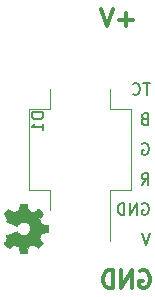
<source format=gbr>
G04 #@! TF.GenerationSoftware,KiCad,Pcbnew,(5.0.0)*
G04 #@! TF.CreationDate,2018-11-06T13:04:42+03:00*
G04 #@! TF.ProjectId,NeoP_6W,4E656F505F36572E6B696361645F7063,rev?*
G04 #@! TF.SameCoordinates,Original*
G04 #@! TF.FileFunction,Legend,Bot*
G04 #@! TF.FilePolarity,Positive*
%FSLAX46Y46*%
G04 Gerber Fmt 4.6, Leading zero omitted, Abs format (unit mm)*
G04 Created by KiCad (PCBNEW (5.0.0)) date 11/06/18 13:04:42*
%MOMM*%
%LPD*%
G01*
G04 APERTURE LIST*
%ADD10C,0.300000*%
%ADD11C,0.150000*%
%ADD12C,0.120000*%
%ADD13C,0.010000*%
G04 APERTURE END LIST*
D10*
X119379857Y-99834000D02*
X119522714Y-99762571D01*
X119737000Y-99762571D01*
X119951285Y-99834000D01*
X120094142Y-99976857D01*
X120165571Y-100119714D01*
X120237000Y-100405428D01*
X120237000Y-100619714D01*
X120165571Y-100905428D01*
X120094142Y-101048285D01*
X119951285Y-101191142D01*
X119737000Y-101262571D01*
X119594142Y-101262571D01*
X119379857Y-101191142D01*
X119308428Y-101119714D01*
X119308428Y-100619714D01*
X119594142Y-100619714D01*
X118665571Y-101262571D02*
X118665571Y-99762571D01*
X117808428Y-101262571D01*
X117808428Y-99762571D01*
X117094142Y-101262571D02*
X117094142Y-99762571D01*
X116737000Y-99762571D01*
X116522714Y-99834000D01*
X116379857Y-99976857D01*
X116308428Y-100119714D01*
X116237000Y-100405428D01*
X116237000Y-100619714D01*
X116308428Y-100905428D01*
X116379857Y-101048285D01*
X116522714Y-101191142D01*
X116737000Y-101262571D01*
X117094142Y-101262571D01*
X118752785Y-78529642D02*
X117609928Y-78529642D01*
X118181357Y-79101071D02*
X118181357Y-77958214D01*
X117109928Y-77601071D02*
X116609928Y-79101071D01*
X116109928Y-77601071D01*
D11*
X120237071Y-83907380D02*
X119665642Y-83907380D01*
X119951357Y-84907380D02*
X119951357Y-83907380D01*
X118760880Y-84812142D02*
X118808499Y-84859761D01*
X118951357Y-84907380D01*
X119046595Y-84907380D01*
X119189452Y-84859761D01*
X119284690Y-84764523D01*
X119332309Y-84669285D01*
X119379928Y-84478809D01*
X119379928Y-84335952D01*
X119332309Y-84145476D01*
X119284690Y-84050238D01*
X119189452Y-83955000D01*
X119046595Y-83907380D01*
X118951357Y-83907380D01*
X118808499Y-83955000D01*
X118760880Y-84002619D01*
X119570404Y-94115000D02*
X119665642Y-94067380D01*
X119808500Y-94067380D01*
X119951357Y-94115000D01*
X120046595Y-94210238D01*
X120094214Y-94305476D01*
X120141833Y-94495952D01*
X120141833Y-94638809D01*
X120094214Y-94829285D01*
X120046595Y-94924523D01*
X119951357Y-95019761D01*
X119808500Y-95067380D01*
X119713261Y-95067380D01*
X119570404Y-95019761D01*
X119522785Y-94972142D01*
X119522785Y-94638809D01*
X119713261Y-94638809D01*
X119094214Y-95067380D02*
X119094214Y-94067380D01*
X118522785Y-95067380D01*
X118522785Y-94067380D01*
X118046595Y-95067380D02*
X118046595Y-94067380D01*
X117808500Y-94067380D01*
X117665642Y-94115000D01*
X117570404Y-94210238D01*
X117522785Y-94305476D01*
X117475166Y-94495952D01*
X117475166Y-94638809D01*
X117522785Y-94829285D01*
X117570404Y-94924523D01*
X117665642Y-95019761D01*
X117808500Y-95067380D01*
X118046595Y-95067380D01*
X120237071Y-96607380D02*
X119903738Y-97607380D01*
X119570404Y-96607380D01*
X119522786Y-92527380D02*
X119856119Y-92051190D01*
X120094214Y-92527380D02*
X120094214Y-91527380D01*
X119713262Y-91527380D01*
X119618024Y-91575000D01*
X119570405Y-91622619D01*
X119522786Y-91717857D01*
X119522786Y-91860714D01*
X119570405Y-91955952D01*
X119618024Y-92003571D01*
X119713262Y-92051190D01*
X120094214Y-92051190D01*
X119570405Y-89035000D02*
X119665643Y-88987380D01*
X119808500Y-88987380D01*
X119951357Y-89035000D01*
X120046595Y-89130238D01*
X120094214Y-89225476D01*
X120141833Y-89415952D01*
X120141833Y-89558809D01*
X120094214Y-89749285D01*
X120046595Y-89844523D01*
X119951357Y-89939761D01*
X119808500Y-89987380D01*
X119713262Y-89987380D01*
X119570405Y-89939761D01*
X119522786Y-89892142D01*
X119522786Y-89558809D01*
X119713262Y-89558809D01*
X119760881Y-86923571D02*
X119618024Y-86971190D01*
X119570405Y-87018809D01*
X119522786Y-87114047D01*
X119522786Y-87256904D01*
X119570405Y-87352142D01*
X119618024Y-87399761D01*
X119713262Y-87447380D01*
X120094214Y-87447380D01*
X120094214Y-86447380D01*
X119760881Y-86447380D01*
X119665643Y-86495000D01*
X119618024Y-86542619D01*
X119570405Y-86637857D01*
X119570405Y-86733095D01*
X119618024Y-86828333D01*
X119665643Y-86875952D01*
X119760881Y-86923571D01*
X120094214Y-86923571D01*
D12*
G04 #@! TO.C,D1*
X118600000Y-86135000D02*
X118600000Y-92935000D01*
X111750000Y-94635000D02*
X111750000Y-92935000D01*
X111750000Y-92935000D02*
X110000000Y-92935000D01*
X111750000Y-86135000D02*
X110000000Y-86135000D01*
X110000000Y-86135000D02*
X110000000Y-92935000D01*
X111750000Y-84435000D02*
X111750000Y-86135000D01*
X116850000Y-84835000D02*
X116850000Y-84435000D01*
X118600000Y-86135000D02*
X116850000Y-86135000D01*
X116850000Y-86135000D02*
X116850000Y-84835000D01*
X118600000Y-92935000D02*
X116850000Y-92935000D01*
X116850000Y-97285000D02*
X116850000Y-92935000D01*
D13*
G04 #@! TO.C,G\002A\002A\002A*
G36*
X111569132Y-96105248D02*
X111567634Y-96028920D01*
X111564409Y-95978055D01*
X111558862Y-95947246D01*
X111550398Y-95931084D01*
X111538422Y-95924158D01*
X111537750Y-95923966D01*
X111508357Y-95917519D01*
X111451248Y-95906356D01*
X111374454Y-95892005D01*
X111286003Y-95875992D01*
X111279214Y-95874783D01*
X111191002Y-95858446D01*
X111114670Y-95843108D01*
X111057959Y-95830410D01*
X111028612Y-95821989D01*
X111027612Y-95821516D01*
X111011188Y-95800354D01*
X110985337Y-95752652D01*
X110953740Y-95685706D01*
X110923255Y-95614601D01*
X110843713Y-95420608D01*
X111171335Y-94943146D01*
X110975889Y-94747092D01*
X110906774Y-94679698D01*
X110845385Y-94623455D01*
X110796671Y-94582622D01*
X110765584Y-94561458D01*
X110758018Y-94559644D01*
X110735692Y-94572723D01*
X110689752Y-94602741D01*
X110626205Y-94645675D01*
X110551056Y-94697503D01*
X110523622Y-94716651D01*
X110441650Y-94774534D01*
X110380651Y-94815268D01*
X110332390Y-94839442D01*
X110288633Y-94847642D01*
X110241145Y-94840453D01*
X110181692Y-94818464D01*
X110102038Y-94782260D01*
X110035614Y-94751422D01*
X109889656Y-94684283D01*
X109838589Y-94409249D01*
X109787521Y-94134215D01*
X109233379Y-94134215D01*
X109214781Y-94211322D01*
X109203525Y-94263297D01*
X109188787Y-94338628D01*
X109172960Y-94424863D01*
X109165098Y-94469858D01*
X109150039Y-94548336D01*
X109134451Y-94613946D01*
X109120564Y-94658000D01*
X109113506Y-94670962D01*
X109088289Y-94685937D01*
X109037863Y-94709855D01*
X108970949Y-94739142D01*
X108896267Y-94770223D01*
X108822538Y-94799525D01*
X108758483Y-94823473D01*
X108712821Y-94838495D01*
X108696693Y-94841786D01*
X108673919Y-94831938D01*
X108627530Y-94804884D01*
X108563545Y-94764360D01*
X108487985Y-94714100D01*
X108459074Y-94694319D01*
X108245136Y-94546851D01*
X108045275Y-94746712D01*
X107845415Y-94946573D01*
X108146179Y-95384901D01*
X108087776Y-95494478D01*
X108057720Y-95552661D01*
X108043951Y-95587001D01*
X108044852Y-95605217D01*
X108058807Y-95615028D01*
X108062257Y-95616376D01*
X108087505Y-95626545D01*
X108141313Y-95648700D01*
X108218775Y-95680806D01*
X108314986Y-95720824D01*
X108425038Y-95766719D01*
X108521500Y-95807028D01*
X108947857Y-95985358D01*
X108974912Y-95944251D01*
X109035244Y-95866526D01*
X109110403Y-95789849D01*
X109189764Y-95723905D01*
X109262702Y-95678374D01*
X109270767Y-95674632D01*
X109383556Y-95640672D01*
X109507561Y-95629692D01*
X109630048Y-95641505D01*
X109738284Y-95675921D01*
X109750008Y-95681716D01*
X109877512Y-95763954D01*
X109974090Y-95863733D01*
X110042070Y-95984070D01*
X110080203Y-96109937D01*
X110090279Y-96241084D01*
X110068087Y-96368263D01*
X110017641Y-96487003D01*
X109942957Y-96592832D01*
X109848049Y-96681279D01*
X109736932Y-96747874D01*
X109613619Y-96788145D01*
X109482125Y-96797620D01*
X109463940Y-96796294D01*
X109320467Y-96765678D01*
X109190346Y-96702334D01*
X109077251Y-96608502D01*
X109002632Y-96514707D01*
X108952898Y-96439554D01*
X108886878Y-96467222D01*
X108824651Y-96493183D01*
X108742561Y-96527263D01*
X108646463Y-96567049D01*
X108542214Y-96610127D01*
X108435671Y-96654081D01*
X108332691Y-96696499D01*
X108239131Y-96734965D01*
X108160846Y-96767066D01*
X108103695Y-96790388D01*
X108073534Y-96802517D01*
X108072055Y-96803087D01*
X108030824Y-96818771D01*
X108143548Y-97042077D01*
X107996881Y-97255827D01*
X107944558Y-97332499D01*
X107900478Y-97397887D01*
X107868301Y-97446500D01*
X107851686Y-97472847D01*
X107850214Y-97475884D01*
X107862374Y-97490178D01*
X107895916Y-97525464D01*
X107946433Y-97577210D01*
X108009519Y-97640880D01*
X108048089Y-97679452D01*
X108245964Y-97876714D01*
X108447279Y-97737520D01*
X108523735Y-97685255D01*
X108591105Y-97640311D01*
X108642970Y-97606893D01*
X108672906Y-97589206D01*
X108675831Y-97587874D01*
X108701865Y-97590475D01*
X108752811Y-97604484D01*
X108820333Y-97626778D01*
X108896095Y-97654234D01*
X108971759Y-97683729D01*
X109038989Y-97712141D01*
X109089449Y-97736345D01*
X109113513Y-97751833D01*
X109124281Y-97776572D01*
X109138820Y-97829597D01*
X109155296Y-97903344D01*
X109171875Y-97990248D01*
X109173342Y-97998643D01*
X109189076Y-98087676D01*
X109203407Y-98165632D01*
X109214819Y-98224472D01*
X109221795Y-98256157D01*
X109222087Y-98257179D01*
X109228983Y-98269379D01*
X109244872Y-98278013D01*
X109275195Y-98283684D01*
X109325390Y-98286993D01*
X109400896Y-98288541D01*
X109507154Y-98288929D01*
X109786944Y-98288929D01*
X109839115Y-98012759D01*
X109891285Y-97736590D01*
X110097038Y-97646498D01*
X110196969Y-97604623D01*
X110267647Y-97579521D01*
X110311571Y-97570402D01*
X110328228Y-97573417D01*
X110351929Y-97589498D01*
X110399318Y-97621819D01*
X110464145Y-97666115D01*
X110540164Y-97718118D01*
X110563689Y-97734221D01*
X110773713Y-97878014D01*
X111171146Y-97480581D01*
X111007953Y-97242880D01*
X110844759Y-97005179D01*
X110919689Y-96817018D01*
X110950994Y-96739920D01*
X110978377Y-96675256D01*
X110998583Y-96630546D01*
X111007639Y-96613900D01*
X111029460Y-96605096D01*
X111079893Y-96591647D01*
X111151824Y-96575264D01*
X111238140Y-96557658D01*
X111254258Y-96554567D01*
X111345485Y-96537141D01*
X111426730Y-96521445D01*
X111489774Y-96509078D01*
X111526395Y-96501641D01*
X111528678Y-96501144D01*
X111544175Y-96496523D01*
X111555151Y-96486973D01*
X111562386Y-96466984D01*
X111566659Y-96431045D01*
X111568749Y-96373644D01*
X111569436Y-96289270D01*
X111569500Y-96212449D01*
X111569132Y-96105248D01*
X111569132Y-96105248D01*
G37*
X111569132Y-96105248D02*
X111567634Y-96028920D01*
X111564409Y-95978055D01*
X111558862Y-95947246D01*
X111550398Y-95931084D01*
X111538422Y-95924158D01*
X111537750Y-95923966D01*
X111508357Y-95917519D01*
X111451248Y-95906356D01*
X111374454Y-95892005D01*
X111286003Y-95875992D01*
X111279214Y-95874783D01*
X111191002Y-95858446D01*
X111114670Y-95843108D01*
X111057959Y-95830410D01*
X111028612Y-95821989D01*
X111027612Y-95821516D01*
X111011188Y-95800354D01*
X110985337Y-95752652D01*
X110953740Y-95685706D01*
X110923255Y-95614601D01*
X110843713Y-95420608D01*
X111171335Y-94943146D01*
X110975889Y-94747092D01*
X110906774Y-94679698D01*
X110845385Y-94623455D01*
X110796671Y-94582622D01*
X110765584Y-94561458D01*
X110758018Y-94559644D01*
X110735692Y-94572723D01*
X110689752Y-94602741D01*
X110626205Y-94645675D01*
X110551056Y-94697503D01*
X110523622Y-94716651D01*
X110441650Y-94774534D01*
X110380651Y-94815268D01*
X110332390Y-94839442D01*
X110288633Y-94847642D01*
X110241145Y-94840453D01*
X110181692Y-94818464D01*
X110102038Y-94782260D01*
X110035614Y-94751422D01*
X109889656Y-94684283D01*
X109838589Y-94409249D01*
X109787521Y-94134215D01*
X109233379Y-94134215D01*
X109214781Y-94211322D01*
X109203525Y-94263297D01*
X109188787Y-94338628D01*
X109172960Y-94424863D01*
X109165098Y-94469858D01*
X109150039Y-94548336D01*
X109134451Y-94613946D01*
X109120564Y-94658000D01*
X109113506Y-94670962D01*
X109088289Y-94685937D01*
X109037863Y-94709855D01*
X108970949Y-94739142D01*
X108896267Y-94770223D01*
X108822538Y-94799525D01*
X108758483Y-94823473D01*
X108712821Y-94838495D01*
X108696693Y-94841786D01*
X108673919Y-94831938D01*
X108627530Y-94804884D01*
X108563545Y-94764360D01*
X108487985Y-94714100D01*
X108459074Y-94694319D01*
X108245136Y-94546851D01*
X108045275Y-94746712D01*
X107845415Y-94946573D01*
X108146179Y-95384901D01*
X108087776Y-95494478D01*
X108057720Y-95552661D01*
X108043951Y-95587001D01*
X108044852Y-95605217D01*
X108058807Y-95615028D01*
X108062257Y-95616376D01*
X108087505Y-95626545D01*
X108141313Y-95648700D01*
X108218775Y-95680806D01*
X108314986Y-95720824D01*
X108425038Y-95766719D01*
X108521500Y-95807028D01*
X108947857Y-95985358D01*
X108974912Y-95944251D01*
X109035244Y-95866526D01*
X109110403Y-95789849D01*
X109189764Y-95723905D01*
X109262702Y-95678374D01*
X109270767Y-95674632D01*
X109383556Y-95640672D01*
X109507561Y-95629692D01*
X109630048Y-95641505D01*
X109738284Y-95675921D01*
X109750008Y-95681716D01*
X109877512Y-95763954D01*
X109974090Y-95863733D01*
X110042070Y-95984070D01*
X110080203Y-96109937D01*
X110090279Y-96241084D01*
X110068087Y-96368263D01*
X110017641Y-96487003D01*
X109942957Y-96592832D01*
X109848049Y-96681279D01*
X109736932Y-96747874D01*
X109613619Y-96788145D01*
X109482125Y-96797620D01*
X109463940Y-96796294D01*
X109320467Y-96765678D01*
X109190346Y-96702334D01*
X109077251Y-96608502D01*
X109002632Y-96514707D01*
X108952898Y-96439554D01*
X108886878Y-96467222D01*
X108824651Y-96493183D01*
X108742561Y-96527263D01*
X108646463Y-96567049D01*
X108542214Y-96610127D01*
X108435671Y-96654081D01*
X108332691Y-96696499D01*
X108239131Y-96734965D01*
X108160846Y-96767066D01*
X108103695Y-96790388D01*
X108073534Y-96802517D01*
X108072055Y-96803087D01*
X108030824Y-96818771D01*
X108143548Y-97042077D01*
X107996881Y-97255827D01*
X107944558Y-97332499D01*
X107900478Y-97397887D01*
X107868301Y-97446500D01*
X107851686Y-97472847D01*
X107850214Y-97475884D01*
X107862374Y-97490178D01*
X107895916Y-97525464D01*
X107946433Y-97577210D01*
X108009519Y-97640880D01*
X108048089Y-97679452D01*
X108245964Y-97876714D01*
X108447279Y-97737520D01*
X108523735Y-97685255D01*
X108591105Y-97640311D01*
X108642970Y-97606893D01*
X108672906Y-97589206D01*
X108675831Y-97587874D01*
X108701865Y-97590475D01*
X108752811Y-97604484D01*
X108820333Y-97626778D01*
X108896095Y-97654234D01*
X108971759Y-97683729D01*
X109038989Y-97712141D01*
X109089449Y-97736345D01*
X109113513Y-97751833D01*
X109124281Y-97776572D01*
X109138820Y-97829597D01*
X109155296Y-97903344D01*
X109171875Y-97990248D01*
X109173342Y-97998643D01*
X109189076Y-98087676D01*
X109203407Y-98165632D01*
X109214819Y-98224472D01*
X109221795Y-98256157D01*
X109222087Y-98257179D01*
X109228983Y-98269379D01*
X109244872Y-98278013D01*
X109275195Y-98283684D01*
X109325390Y-98286993D01*
X109400896Y-98288541D01*
X109507154Y-98288929D01*
X109786944Y-98288929D01*
X109839115Y-98012759D01*
X109891285Y-97736590D01*
X110097038Y-97646498D01*
X110196969Y-97604623D01*
X110267647Y-97579521D01*
X110311571Y-97570402D01*
X110328228Y-97573417D01*
X110351929Y-97589498D01*
X110399318Y-97621819D01*
X110464145Y-97666115D01*
X110540164Y-97718118D01*
X110563689Y-97734221D01*
X110773713Y-97878014D01*
X111171146Y-97480581D01*
X111007953Y-97242880D01*
X110844759Y-97005179D01*
X110919689Y-96817018D01*
X110950994Y-96739920D01*
X110978377Y-96675256D01*
X110998583Y-96630546D01*
X111007639Y-96613900D01*
X111029460Y-96605096D01*
X111079893Y-96591647D01*
X111151824Y-96575264D01*
X111238140Y-96557658D01*
X111254258Y-96554567D01*
X111345485Y-96537141D01*
X111426730Y-96521445D01*
X111489774Y-96509078D01*
X111526395Y-96501641D01*
X111528678Y-96501144D01*
X111544175Y-96496523D01*
X111555151Y-96486973D01*
X111562386Y-96466984D01*
X111566659Y-96431045D01*
X111568749Y-96373644D01*
X111569436Y-96289270D01*
X111569500Y-96212449D01*
X111569132Y-96105248D01*
G04 #@! TO.C,D1*
D11*
X111196380Y-86383904D02*
X110196380Y-86383904D01*
X110196380Y-86622000D01*
X110244000Y-86764857D01*
X110339238Y-86860095D01*
X110434476Y-86907714D01*
X110624952Y-86955333D01*
X110767809Y-86955333D01*
X110958285Y-86907714D01*
X111053523Y-86860095D01*
X111148761Y-86764857D01*
X111196380Y-86622000D01*
X111196380Y-86383904D01*
X111196380Y-87907714D02*
X111196380Y-87336285D01*
X111196380Y-87622000D02*
X110196380Y-87622000D01*
X110339238Y-87526761D01*
X110434476Y-87431523D01*
X110482095Y-87336285D01*
G04 #@! TD*
M02*

</source>
